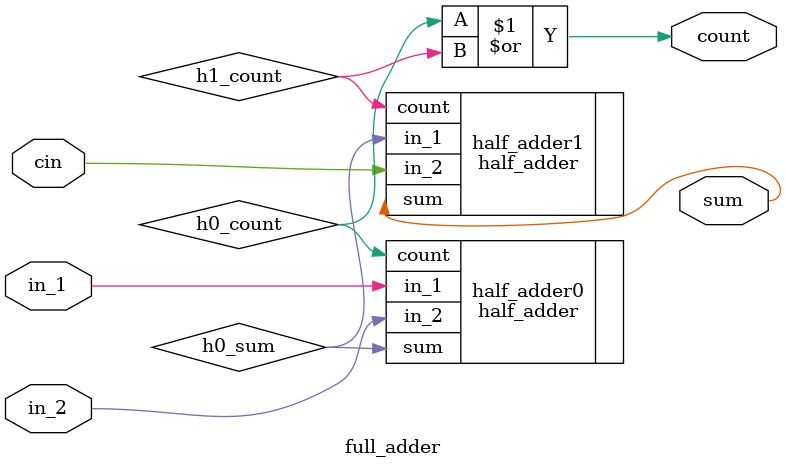
<source format=v>

module full_adder(
    input wire in_1,
    input wire in_2,
    input wire cin,
    
    output wire sum,
    output wire count
    );

    wire h0_sum;
    wire h0_count;
    wire h1_count;

    half_adder half_adder0(
        .in_1(in_1),
        .in_2(in_2),

        .sum(h0_sum),
        .count(h0_count)
    );

    half_adder half_adder1(
    .in_1(h0_sum),
    .in_2(cin),

    .sum(sum),
    .count(h1_count)
    );

    assign count = (h0_count | h1_count);

endmodule

</source>
